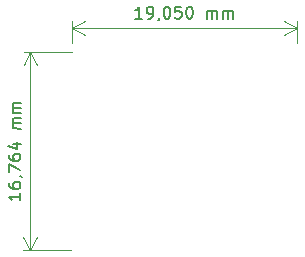
<source format=gbr>
G04 #@! TF.GenerationSoftware,KiCad,Pcbnew,(5.1.5-0-10_14)*
G04 #@! TF.CreationDate,2020-02-28T08:34:56+01:00*
G04 #@! TF.ProjectId,CC1101_Module,43433131-3031-45f4-9d6f-64756c652e6b,rev?*
G04 #@! TF.SameCoordinates,Original*
G04 #@! TF.FileFunction,Legend,Bot*
G04 #@! TF.FilePolarity,Positive*
%FSLAX46Y46*%
G04 Gerber Fmt 4.6, Leading zero omitted, Abs format (unit mm)*
G04 Created by KiCad (PCBNEW (5.1.5-0-10_14)) date 2020-02-28 08:34:56*
%MOMM*%
%LPD*%
G04 APERTURE LIST*
%ADD10C,0.150000*%
%ADD11C,0.120000*%
G04 APERTURE END LIST*
D10*
X48980225Y-51056311D02*
X48978493Y-51627736D01*
X48979359Y-51342023D02*
X47979364Y-51338993D01*
X48121932Y-51434664D01*
X48216881Y-51530190D01*
X48264211Y-51625572D01*
X47982827Y-50196141D02*
X47982250Y-50386617D01*
X48029580Y-50481999D01*
X48077054Y-50529762D01*
X48219622Y-50625432D01*
X48409953Y-50673628D01*
X48790904Y-50674783D01*
X48886286Y-50627452D01*
X48934049Y-50579978D01*
X48981957Y-50484885D01*
X48982534Y-50294409D01*
X48935203Y-50199027D01*
X48887729Y-50151264D01*
X48792636Y-50103357D01*
X48554541Y-50102635D01*
X48459159Y-50149965D01*
X48411396Y-50197440D01*
X48363489Y-50292533D01*
X48362912Y-50483009D01*
X48410242Y-50578391D01*
X48457716Y-50626154D01*
X48552810Y-50674061D01*
X48936935Y-49627601D02*
X48984554Y-49627746D01*
X49079647Y-49675653D01*
X49127122Y-49723416D01*
X47985569Y-49291384D02*
X47987589Y-48624720D01*
X48986285Y-49056320D01*
X47990042Y-47815200D02*
X47989465Y-48005675D01*
X48036795Y-48101057D01*
X48084269Y-48148820D01*
X48226837Y-48244491D01*
X48417168Y-48292687D01*
X48798119Y-48293841D01*
X48893501Y-48246511D01*
X48941264Y-48199036D01*
X48989171Y-48103943D01*
X48989749Y-47913468D01*
X48942418Y-47818086D01*
X48894944Y-47770323D01*
X48799851Y-47722415D01*
X48561756Y-47721694D01*
X48466374Y-47769024D01*
X48418611Y-47816499D01*
X48370704Y-47911592D01*
X48370127Y-48102067D01*
X48417457Y-48197449D01*
X48464931Y-48245212D01*
X48560025Y-48293120D01*
X48326260Y-46863833D02*
X48992923Y-46865854D01*
X47944588Y-47100773D02*
X48658148Y-47341032D01*
X48660024Y-46721987D01*
X48996819Y-45580145D02*
X48330156Y-45578125D01*
X48425393Y-45578414D02*
X48377919Y-45530650D01*
X48330589Y-45435269D01*
X48331022Y-45292412D01*
X48378929Y-45197319D01*
X48474311Y-45149988D01*
X48998118Y-45151576D01*
X48474311Y-45149988D02*
X48379218Y-45102081D01*
X48331887Y-45006699D01*
X48332320Y-44863843D01*
X48380228Y-44768749D01*
X48475610Y-44721419D01*
X48999417Y-44723006D01*
X49000860Y-44246818D02*
X48334196Y-44244798D01*
X48429434Y-44245086D02*
X48381959Y-44197323D01*
X48334629Y-44101941D01*
X48335062Y-43959085D01*
X48382969Y-43863991D01*
X48478351Y-43816661D01*
X49002158Y-43818249D01*
X48478351Y-43816661D02*
X48383258Y-43768754D01*
X48335928Y-43673372D01*
X48336361Y-43530515D01*
X48384268Y-43435422D01*
X48479650Y-43388092D01*
X49003457Y-43389679D01*
D11*
X49834063Y-39105376D02*
X49783263Y-55869376D01*
X53340000Y-39116000D02*
X49247645Y-39103599D01*
X53289200Y-55880000D02*
X49196845Y-55867599D01*
X49783263Y-55869376D02*
X49200259Y-54741100D01*
X49783263Y-55869376D02*
X50373095Y-54744654D01*
X49834063Y-39105376D02*
X49244231Y-40230098D01*
X49834063Y-39105376D02*
X50417067Y-40233652D01*
D10*
X59293571Y-36266380D02*
X58722142Y-36266380D01*
X59007857Y-36266380D02*
X59007857Y-35266380D01*
X58912619Y-35409238D01*
X58817380Y-35504476D01*
X58722142Y-35552095D01*
X59769761Y-36266380D02*
X59960238Y-36266380D01*
X60055476Y-36218761D01*
X60103095Y-36171142D01*
X60198333Y-36028285D01*
X60245952Y-35837809D01*
X60245952Y-35456857D01*
X60198333Y-35361619D01*
X60150714Y-35314000D01*
X60055476Y-35266380D01*
X59865000Y-35266380D01*
X59769761Y-35314000D01*
X59722142Y-35361619D01*
X59674523Y-35456857D01*
X59674523Y-35694952D01*
X59722142Y-35790190D01*
X59769761Y-35837809D01*
X59865000Y-35885428D01*
X60055476Y-35885428D01*
X60150714Y-35837809D01*
X60198333Y-35790190D01*
X60245952Y-35694952D01*
X60722142Y-36218761D02*
X60722142Y-36266380D01*
X60674523Y-36361619D01*
X60626904Y-36409238D01*
X61341190Y-35266380D02*
X61436428Y-35266380D01*
X61531666Y-35314000D01*
X61579285Y-35361619D01*
X61626904Y-35456857D01*
X61674523Y-35647333D01*
X61674523Y-35885428D01*
X61626904Y-36075904D01*
X61579285Y-36171142D01*
X61531666Y-36218761D01*
X61436428Y-36266380D01*
X61341190Y-36266380D01*
X61245952Y-36218761D01*
X61198333Y-36171142D01*
X61150714Y-36075904D01*
X61103095Y-35885428D01*
X61103095Y-35647333D01*
X61150714Y-35456857D01*
X61198333Y-35361619D01*
X61245952Y-35314000D01*
X61341190Y-35266380D01*
X62579285Y-35266380D02*
X62103095Y-35266380D01*
X62055476Y-35742571D01*
X62103095Y-35694952D01*
X62198333Y-35647333D01*
X62436428Y-35647333D01*
X62531666Y-35694952D01*
X62579285Y-35742571D01*
X62626904Y-35837809D01*
X62626904Y-36075904D01*
X62579285Y-36171142D01*
X62531666Y-36218761D01*
X62436428Y-36266380D01*
X62198333Y-36266380D01*
X62103095Y-36218761D01*
X62055476Y-36171142D01*
X63245952Y-35266380D02*
X63341190Y-35266380D01*
X63436428Y-35314000D01*
X63484047Y-35361619D01*
X63531666Y-35456857D01*
X63579285Y-35647333D01*
X63579285Y-35885428D01*
X63531666Y-36075904D01*
X63484047Y-36171142D01*
X63436428Y-36218761D01*
X63341190Y-36266380D01*
X63245952Y-36266380D01*
X63150714Y-36218761D01*
X63103095Y-36171142D01*
X63055476Y-36075904D01*
X63007857Y-35885428D01*
X63007857Y-35647333D01*
X63055476Y-35456857D01*
X63103095Y-35361619D01*
X63150714Y-35314000D01*
X63245952Y-35266380D01*
X64769761Y-36266380D02*
X64769761Y-35599714D01*
X64769761Y-35694952D02*
X64817380Y-35647333D01*
X64912619Y-35599714D01*
X65055476Y-35599714D01*
X65150714Y-35647333D01*
X65198333Y-35742571D01*
X65198333Y-36266380D01*
X65198333Y-35742571D02*
X65245952Y-35647333D01*
X65341190Y-35599714D01*
X65484047Y-35599714D01*
X65579285Y-35647333D01*
X65626904Y-35742571D01*
X65626904Y-36266380D01*
X66103095Y-36266380D02*
X66103095Y-35599714D01*
X66103095Y-35694952D02*
X66150714Y-35647333D01*
X66245952Y-35599714D01*
X66388809Y-35599714D01*
X66484047Y-35647333D01*
X66531666Y-35742571D01*
X66531666Y-36266380D01*
X66531666Y-35742571D02*
X66579285Y-35647333D01*
X66674523Y-35599714D01*
X66817380Y-35599714D01*
X66912619Y-35647333D01*
X66960238Y-35742571D01*
X66960238Y-36266380D01*
D11*
X53340000Y-37084000D02*
X72390000Y-37084000D01*
X53340000Y-38354000D02*
X53340000Y-36497579D01*
X72390000Y-38354000D02*
X72390000Y-36497579D01*
X72390000Y-37084000D02*
X71263496Y-37670421D01*
X72390000Y-37084000D02*
X71263496Y-36497579D01*
X53340000Y-37084000D02*
X54466504Y-37670421D01*
X53340000Y-37084000D02*
X54466504Y-36497579D01*
M02*

</source>
